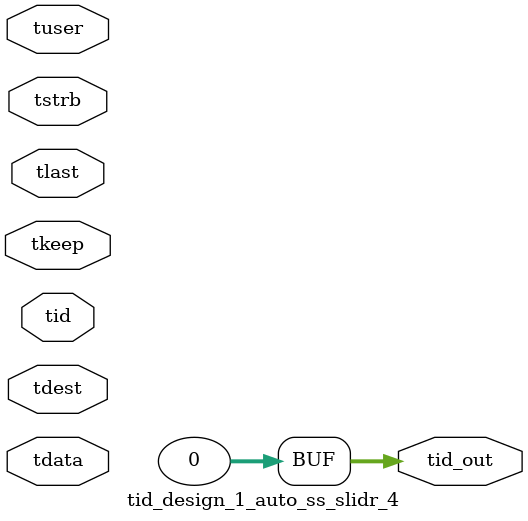
<source format=v>


`timescale 1ps/1ps

module tid_design_1_auto_ss_slidr_4 #
(
parameter C_S_AXIS_TID_WIDTH   = 1,
parameter C_S_AXIS_TUSER_WIDTH = 0,
parameter C_S_AXIS_TDATA_WIDTH = 0,
parameter C_S_AXIS_TDEST_WIDTH = 0,
parameter C_M_AXIS_TID_WIDTH   = 32
)
(
input  [(C_S_AXIS_TID_WIDTH   == 0 ? 1 : C_S_AXIS_TID_WIDTH)-1:0       ] tid,
input  [(C_S_AXIS_TDATA_WIDTH == 0 ? 1 : C_S_AXIS_TDATA_WIDTH)-1:0     ] tdata,
input  [(C_S_AXIS_TUSER_WIDTH == 0 ? 1 : C_S_AXIS_TUSER_WIDTH)-1:0     ] tuser,
input  [(C_S_AXIS_TDEST_WIDTH == 0 ? 1 : C_S_AXIS_TDEST_WIDTH)-1:0     ] tdest,
input  [(C_S_AXIS_TDATA_WIDTH/8)-1:0 ] tkeep,
input  [(C_S_AXIS_TDATA_WIDTH/8)-1:0 ] tstrb,
input                                                                    tlast,
output [(C_M_AXIS_TID_WIDTH   == 0 ? 1 : C_M_AXIS_TID_WIDTH)-1:0       ] tid_out
);

assign tid_out = {1'b0};

endmodule


</source>
